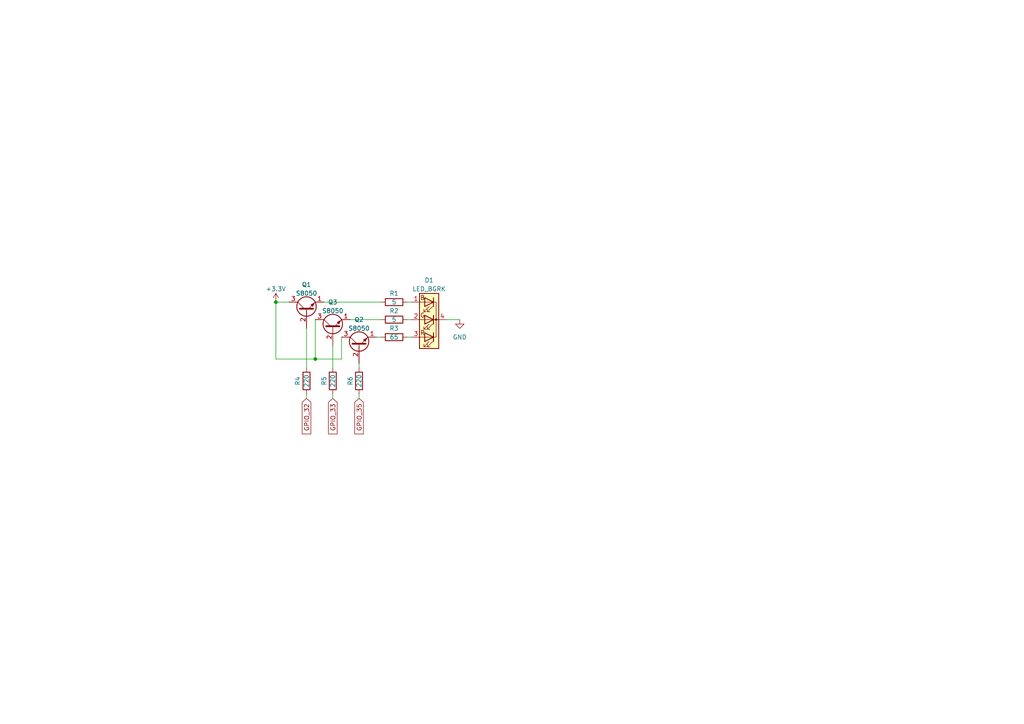
<source format=kicad_sch>
(kicad_sch (version 20230121) (generator eeschema)
  (paper "A4")
  (title_block (title "IOTV_id4") (date "2023-03-25") (rev "1") (company "Вербкин М.С."))
  (lib_symbols
    (symbol "Device:LED_BGRK" (pin_names (offset 0) hide)
      (property "Reference" "D" (at 0 9.398 0))
      (property "Value" "LED_BGRK" (at 0 -8.89 0))
      (symbol "LED_BGRK_0_0"
        (text "B" (at 1.905 -6.35 0) (effects (font (size 1.27 1.27))))
        (text "G" (at 1.905 -1.27 0) (effects (font (size 1.27 1.27))))
        (text "R" (at 1.905 3.81 0) (effects (font (size 1.27 1.27))))
      )
      (symbol "LED_BGRK_0_1"
        (circle (center -2.032 0) (radius 0.254) (fill (type outline)))
        (polyline (pts (xy -1.27 -5.08) (xy 1.27 -5.08)))
        (polyline (pts (xy -1.27 -3.81) (xy -1.27 -6.35)) (stroke (width 0.254)))
        (polyline (pts (xy -1.27 0) (xy -2.54 0)))
        (polyline (pts (xy -1.27 1.27) (xy -1.27 -1.27)) (stroke (width 0.254)))
        (polyline (pts (xy -1.27 5.08) (xy 1.27 5.08)))
        (polyline (pts (xy -1.27 6.35) (xy -1.27 3.81)) (stroke (width 0.254)))
        (polyline (pts (xy 1.27 -5.08) (xy 2.54 -5.08)))
        (polyline (pts (xy 1.27 0) (xy -1.27 0)))
        (polyline (pts (xy 1.27 0) (xy 2.54 0)))
        (polyline (pts (xy 1.27 5.08) (xy 2.54 5.08)))
        (polyline (pts (xy -1.27 1.27) (xy -1.27 -1.27) (xy -1.27 -1.27)))
        (polyline (pts (xy -1.27 6.35) (xy -1.27 3.81) (xy -1.27 3.81)))
        (polyline (pts (xy -1.27 5.08) (xy -2.032 5.08) (xy -2.032 -5.08) (xy -1.016 -5.08)))
        (polyline (pts (xy 1.27 -3.81) (xy 1.27 -6.35) (xy -1.27 -5.08) (xy 1.27 -3.81)) (stroke (width 0.254)))
        (polyline (pts (xy 1.27 1.27) (xy 1.27 -1.27) (xy -1.27 0) (xy 1.27 1.27)) (stroke (width 0.254)))
        (polyline (pts (xy 1.27 6.35) (xy 1.27 3.81) (xy -1.27 5.08) (xy 1.27 6.35)) (stroke (width 0.254)))
        (polyline (pts (xy -1.016 -3.81) (xy 0.508 -2.286) (xy -0.254 -2.286) (xy 0.508 -2.286) (xy 0.508 -3.048)))
        (polyline (pts (xy -1.016 1.27) (xy 0.508 2.794) (xy -0.254 2.794) (xy 0.508 2.794) (xy 0.508 2.032)))
        (polyline (pts (xy -1.016 6.35) (xy 0.508 7.874) (xy -0.254 7.874) (xy 0.508 7.874) (xy 0.508 7.112)))
        (polyline (pts (xy 0 -3.81) (xy 1.524 -2.286) (xy 0.762 -2.286) (xy 1.524 -2.286) (xy 1.524 -3.048)))
        (polyline (pts (xy 0 1.27) (xy 1.524 2.794) (xy 0.762 2.794) (xy 1.524 2.794) (xy 1.524 2.032)))
        (polyline (pts (xy 0 6.35) (xy 1.524 7.874) (xy 0.762 7.874) (xy 1.524 7.874) (xy 1.524 7.112)))
        (rectangle (start 1.27 -1.27) (end 1.27 1.27))
        (rectangle (start 1.27 1.27) (end 1.27 1.27))
        (rectangle (start 1.27 3.81) (end 1.27 6.35))
        (rectangle (start 1.27 6.35) (end 1.27 6.35))
        (rectangle (start 2.794 8.382) (end -2.794 -7.62) (stroke (width 0.254)) (fill (type background)))
      )
      (symbol "LED_BGRK_1_1"
        (pin passive line (at 5.08 -5.08 180) (length 2.54) (name "BA") (number "1"))
        (pin passive line (at 5.08 0 180) (length 2.54) (name "GA") (number "2"))
        (pin passive line (at 5.08 5.08 180) (length 2.54) (name "RA") (number "3"))
        (pin passive line (at -5.08 0 0) (length 2.54) (name "K") (number "4"))
      )
    )
    (symbol "Device:R" (pin_numbers hide) (pin_names (offset 0))
      (property "Reference" "R" (at 2.032 0 90))
      (property "Value" "R" (at 0 0 90))
      (symbol "R_0_1"
        (rectangle (start -1.016 -2.54) (end 1.016 2.54) (stroke (width 0.254)))
      )
      (symbol "R_1_1"
        (pin passive line (at 0 3.81 270) (length 1.27) (name "~") (number "1"))
        (pin passive line (at 0 -3.81 90) (length 1.27) (name "~") (number "2"))
      )
    )
    (symbol "Transistor_BJT:S8050" (pin_names (offset 0) hide)
      (property "Reference" "Q" (at 5.08 1.905 0))
      (property "Value" "S8050" (at 5.08 0 0))
      (symbol "S8050_0_1"
        (polyline (pts (xy 0 0) (xy 0.635 0)))
        (polyline (pts (xy 0.635 0.635) (xy 2.54 2.54)))
        (polyline (pts (xy 0.635 -0.635) (xy 2.54 -2.54) (xy 2.54 -2.54)))
        (polyline (pts (xy 0.635 1.905) (xy 0.635 -1.905) (xy 0.635 -1.905)) (stroke (width 0.508)))
        (polyline (pts (xy 1.27 -1.778) (xy 1.778 -1.27) (xy 2.286 -2.286) (xy 1.27 -1.778) (xy 1.27 -1.778)) (fill (type outline)))
        (circle (center 1.27 0) (radius 2.8194) (stroke (width 0.254)))
      )
      (symbol "S8050_1_1"
        (pin passive line (at 2.54 -5.08 90) (length 2.54) (name "E") (number "1"))
        (pin input line (at -5.08 0 0) (length 5.08) (name "B") (number "2"))
        (pin passive line (at 2.54 5.08 270) (length 2.54) (name "C") (number "3"))
      )
    )
    (symbol "power:+3.3V" (power) (pin_names (offset 0))
      (property "Value" "+3.3V" (at 0 3.556 0))
      (symbol "+3.3V_0_1"
        (polyline (pts (xy -0.762 1.27) (xy 0 2.54)))
        (polyline (pts (xy 0 0) (xy 0 2.54)))
        (polyline (pts (xy 0 2.54) (xy 0.762 1.27)))
      )
      (symbol "+3.3V_1_1"
        (pin power_in line (at 0 0 90) (length 0) hide (name "+3.3V") (number "1"))
      )
    )
    (symbol "power:GND" (power) (pin_names (offset 0))
      (property "Value" "GND" (at 0 -3.81 0))
      (symbol "GND_0_1"
        (polyline (pts (xy 0 0) (xy 0 -1.27) (xy 1.27 -1.27) (xy 0 -2.54) (xy -1.27 -1.27) (xy 0 -1.27)))
      )
      (symbol "GND_1_1"
        (pin power_in line (at 0 0 270) (length 0) hide (name "GND") (number "1"))
      )
    )
  )
  (junction (at 91.44 104.14))
  (junction (at 80.01 87.63))
  (wire (pts (xy 104.14 114.3) (xy 104.14 115.57)))
  (wire (pts (xy 88.9 95.25) (xy 88.9 106.68)))
  (wire (pts (xy 118.11 97.79) (xy 119.38 97.79)))
  (wire (pts (xy 96.52 100.33) (xy 96.52 106.68)))
  (wire (pts (xy 93.98 87.63) (xy 110.49 87.63)))
  (wire (pts (xy 101.6 92.71) (xy 110.49 92.71)))
  (wire (pts (xy 80.01 87.63) (xy 83.82 87.63)))
  (wire (pts (xy 99.06 97.79) (xy 99.06 104.14)))
  (wire (pts (xy 80.01 104.14) (xy 80.01 87.63)))
  (wire (pts (xy 104.14 105.41) (xy 104.14 106.68)))
  (wire (pts (xy 99.06 104.14) (xy 91.44 104.14)))
  (wire (pts (xy 96.52 114.3) (xy 96.52 115.57)))
  (wire (pts (xy 118.11 87.63) (xy 119.38 87.63)))
  (wire (pts (xy 88.9 114.3) (xy 88.9 115.57)))
  (wire (pts (xy 91.44 104.14) (xy 80.01 104.14)))
  (wire (pts (xy 91.44 92.71) (xy 91.44 104.14)))
  (wire (pts (xy 129.54 92.71) (xy 133.35 92.71)))
  (wire (pts (xy 109.22 97.79) (xy 110.49 97.79)))
  (wire (pts (xy 118.11 92.71) (xy 119.38 92.71)))
  (global_label "GPIO_35" (shape input) (at 104.14 115.57 270) (property "Intersheetrefs" "${INTERSHEET_REFS}" (effects hide)))
  (global_label "GPIO_33" (shape input) (at 96.52 115.57 270) (property "Intersheetrefs" "${INTERSHEET_REFS}" (effects hide)))
  (global_label "GPIO_32" (shape input) (at 88.9 115.57 270) (property "Intersheetrefs" "${INTERSHEET_REFS}" (effects hide)))
  (symbol (lib_id "Device:R") (at 88.9 110.49 180) (unit 1)
    (property "Reference" "R4" (at 86.36 110.49 90))
    (property "Value" "220" (at 88.9 110.49 90))
  )
  (symbol (lib_id "Device:R") (at 114.3 87.63 90) (unit 1)
    (property "Reference" "R1" (at 114.3 85.09 90))
    (property "Value" "5" (at 114.3 87.63 90))
  )
  (symbol (lib_id "Transistor_BJT:S8050") (at 88.9 90.17 90) (unit 1)
    (property "Reference" "Q1" (at 88.9 82.55 90))
    (property "Value" "S8050" (at 88.9 85.09 90))
    (property "Footprint" "Package_TO_SOT_THT:TO-92_Inline" (effects hide))
    (property "Datasheet" "http://www.unisonic.com.tw/datasheet/S8050.pdf" (effects hide))
    (property "Sim.Device" "NPN" (effects hide))
    (property "Sim.Type" "VBIC" (effects hide))
    (property "Sim.Pins" "1=C 2=B 3=E" (effects hide))
  )
  (symbol (lib_id "power:GND") (at 133.35 92.71 0) (unit 1)
    (property "Reference" "#PWR02" (effects hide))
    (property "Value" "GND" (at 133.35 97.79 0))
  )
  (symbol (lib_id "Device:R") (at 114.3 92.71 90) (unit 1)
    (property "Reference" "R2" (at 114.3 90.17 90))
    (property "Value" "5" (at 114.3 92.71 90))
  )
  (symbol (lib_id "Device:R") (at 96.52 110.49 180) (unit 1)
    (property "Reference" "R5" (at 93.98 110.49 90))
    (property "Value" "220" (at 96.52 110.49 90))
  )
  (symbol (lib_id "Device:R") (at 114.3 97.79 90) (unit 1)
    (property "Reference" "R3" (at 114.3 95.25 90))
    (property "Value" "65" (at 114.3 97.79 90))
    (property "Sim.Device" "R" (effects hide))
    (property "Sim.Pins" "1=+ 2=-" (effects hide))
  )
  (symbol (lib_id "power:+3.3V") (at 80.01 87.63 0) (unit 1)
    (property "Reference" "#PWR01" (effects hide))
    (property "Value" "+3.3V" (at 80.01 83.82 0))
  )
  (symbol (lib_id "Device:LED_BGRK") (at 124.46 92.71 180) (unit 1)
    (property "Reference" "D1" (at 124.46 81.28 0))
    (property "Value" "LED_BGRK" (at 124.46 83.82 0))
    (property "Sim.Device" "D" (effects hide))
    (property "Sim.Pins" "1=A 2=K" (effects hide))
  )
  (symbol (lib_id "Device:R") (at 104.14 110.49 180) (unit 1)
    (property "Reference" "R6" (at 101.6 110.49 90))
    (property "Value" "220" (at 104.14 110.49 90))
    (property "Sim.Device" "R" (effects hide))
    (property "Sim.Pins" "1=+ 2=-" (effects hide))
  )
  (symbol (lib_id "Transistor_BJT:S8050") (at 96.52 95.25 90) (unit 1)
    (property "Reference" "Q3" (at 96.52 87.63 90))
    (property "Value" "S8050" (at 96.52 90.17 90))
    (property "Footprint" "Package_TO_SOT_THT:TO-92_Inline" (effects hide))
    (property "Datasheet" "http://www.unisonic.com.tw/datasheet/S8050.pdf" (effects hide))
    (property "Sim.Device" "NPN" (effects hide))
    (property "Sim.Type" "VBIC" (effects hide))
    (property "Sim.Pins" "1=C 2=B 3=E" (effects hide))
  )
  (symbol (lib_id "Transistor_BJT:S8050") (at 104.14 100.33 90) (unit 1)
    (property "Reference" "Q2" (at 104.14 92.71 90))
    (property "Value" "S8050" (at 104.14 95.25 90))
    (property "Footprint" "Package_TO_SOT_THT:TO-92_Inline" (effects hide))
    (property "Datasheet" "http://www.unisonic.com.tw/datasheet/S8050.pdf" (effects hide))
    (property "Sim.Device" "NPN" (effects hide))
    (property "Sim.Type" "VBIC" (effects hide))
    (property "Sim.Pins" "1=C 2=B 3=E" (effects hide))
  )
)
</source>
